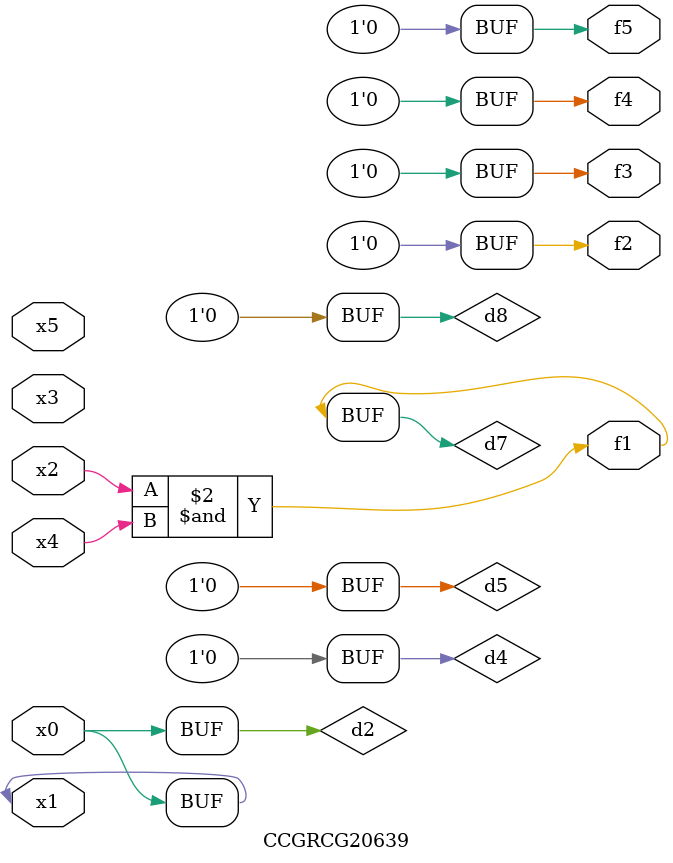
<source format=v>
module CCGRCG20639(
	input x0, x1, x2, x3, x4, x5,
	output f1, f2, f3, f4, f5
);

	wire d1, d2, d3, d4, d5, d6, d7, d8, d9;

	nand (d1, x1);
	buf (d2, x0, x1);
	nand (d3, x2, x4);
	and (d4, d1, d2);
	and (d5, d1, d2);
	nand (d6, d1, d3);
	not (d7, d3);
	xor (d8, d5);
	nor (d9, d5, d6);
	assign f1 = d7;
	assign f2 = d8;
	assign f3 = d8;
	assign f4 = d8;
	assign f5 = d8;
endmodule

</source>
